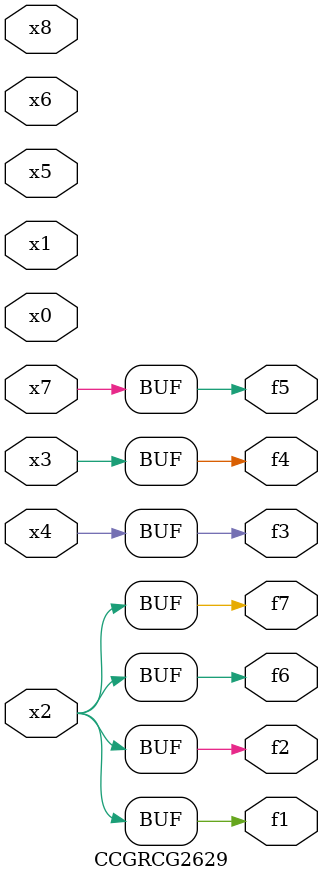
<source format=v>
module CCGRCG2629(
	input x0, x1, x2, x3, x4, x5, x6, x7, x8,
	output f1, f2, f3, f4, f5, f6, f7
);
	assign f1 = x2;
	assign f2 = x2;
	assign f3 = x4;
	assign f4 = x3;
	assign f5 = x7;
	assign f6 = x2;
	assign f7 = x2;
endmodule

</source>
